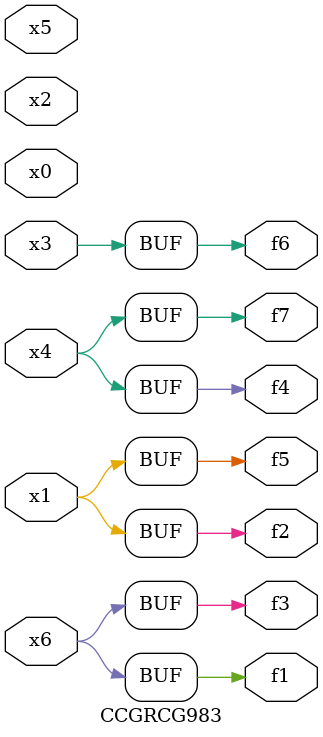
<source format=v>
module CCGRCG983(
	input x0, x1, x2, x3, x4, x5, x6,
	output f1, f2, f3, f4, f5, f6, f7
);
	assign f1 = x6;
	assign f2 = x1;
	assign f3 = x6;
	assign f4 = x4;
	assign f5 = x1;
	assign f6 = x3;
	assign f7 = x4;
endmodule

</source>
